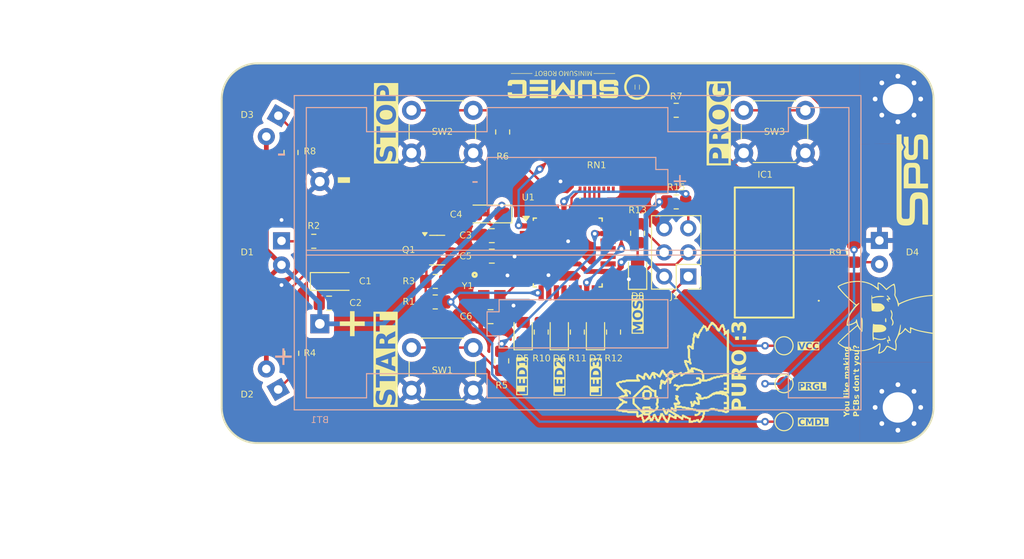
<source format=kicad_pcb>
(kicad_pcb (version 20240108) (generator "pcbnew") (generator_version "8.0")
  (layers (0 "F.Cu" signal) (31 "B.Cu" signal) (34 "B.Paste" user) (35 "F.Paste" user) (36 "B.SilkS" user "B.Silkscreen") (37 "F.SilkS" user "F.Silkscreen") (38 "B.Mask" user) (39 "F.Mask" user) (44 "Edge.Cuts" user))
  (net 0 "")
  (net 1 "+3V0")
  (net 2 "GND")
  (net 3 "/XTAL1")
  (net 4 "/XTAL2")
  (net 5 "Net-(D1-K)")
  (net 6 "Net-(D2-K)")
  (net 7 "Net-(D3-K)")
  (net 8 "Net-(D4-A)")
  (net 9 "/SW_START")
  (net 10 "/SW_STOP")
  (net 11 "/SW_PROG")
  (net 12 "/RESET")
  (net 13 "Net-(Q1-G)")
  (net 14 "Net-(Q1-D)")
  (net 15 "/CMDLEDS")
  (net 16 "/PROGLED")
  (net 17 "Net-(D5-A)")
  (net 18 "/S_LED1")
  (net 19 "Net-(D6-A)")
  (net 20 "/S_LED2")
  (net 21 "Net-(D7-A)")
  (net 22 "/S_LED3")
  (net 23 "Net-(D8-A)")
  (net 24 "/MOSI")
  (net 26 "/SCK")
  (net 32 "/MISO")
  (net 37 "/ADDR0")
  (net 38 "/ADDR1")
  (net 39 "/ADDR3")
  (net 40 "/ADDR4")
  (net 41 "/ADDR2")
  (net 42 "Net-(IC1-NO_5)")
  (net 46 "Net-(IC1-NO_1)")
  (net 47 "Net-(IC1-NO_4)")
  (net 48 "Net-(IC1-NO_2)")
  (net 49 "Net-(IC1-NO_3)")
  (net 50 "Net-(R5-Pad2)")
  (net 51 "Net-(R6-Pad2)")
  (net 52 "Net-(R7-Pad2)")
  (footprint "sumec-remote_library:purosidenegative" (layer "F.Cu") (at 124.745 87.784 90)
    (property "Reference" "R14" (hide yes))
    (property "Value" "R" (hide yes))
  )
  (footprint "Resistor_SMD:R_0805_2012Metric_Pad1.20x1.40mm_HandSolder" (layer "F.Cu") (at 143.845 75.176 -90)
    (property "Reference" "R9")
    (property "Value" "220R")
  )
  (footprint "Resistor_SMD:R_0805_2012Metric_Pad1.20x1.40mm_HandSolder" (layer "F.Cu") (at 99.745 80.367 180)
    (property "Reference" "R1")
    (property "Value" "220R")
  )
  (footprint "Resistor_SMD:R_0805_2012Metric_Pad1.20x1.40mm_HandSolder" (layer "F.Cu") (at 121.066 73.128 -90)
    (property "Reference" "R13")
    (property "Value" "1k")
  )
  (footprint "Connector_PinHeader_2.54mm:PinHeader_2x03_P2.54mm_Vertical" (layer "F.Cu") (at 126.405 77.685 180)
    (property "Reference" "J1")
    (property "Value" "AVR-ISP-6")
  )
  (footprint "sumec-remote_library:boi" (layer "F.Cu") (at 146.32196 82.003756 90)
    (property "Reference" "R17" (hide yes))
    (property "Value" "R" (hide yes))
  )
  (footprint "TestPoint:TestPoint_Pad_D1.5mm" (layer "F.Cu") (at 136.495 84.984)
    (property "Reference" "TP3" (hide yes))
    (property "Value" "TestPoint")
  )
  (footprint "LED_SMD:LED_0805_2012Metric_Pad1.15x1.40mm_HandSolder" (layer "F.Cu") (at 109.006 83.542 90)
    (property "Reference" "D5")
    (property "Value" "LED")
  )
  (footprint "Resistor_SMD:R_0805_2012Metric_Pad1.20x1.40mm_HandSolder" (layer "F.Cu") (at 125.135 60.174)
    (property "Reference" "R7")
    (property "Value" "10k")
  )
  (footprint "Resistor_SMD:R_0805_2012Metric_Pad1.20x1.40mm_HandSolder" (layer "F.Cu") (at 118.531 83.542 -90)
    (property "Reference" "R12")
    (property "Value" "1k")
  )
  (footprint "Resistor_SMD:R_0805_2012Metric_Pad1.20x1.40mm_HandSolder" (layer "F.Cu") (at 86.945 73.976 180)
    (property "Reference" "R2")
    (property "Value" "2.2R")
  )
  (footprint "sumec-remote_library:crystal_smd" (layer "F.Cu") (at 105.704 78.716 -90)
    (property "Reference" "Y1")
    (property "Value" "ABM8G-16.000MHZ-18-D2Y-T" (hide yes))
  )
  (footprint "sumec-smdV2_library:SPS LOGO" (layer "F.Cu") (at 149.745 67.734 90)
    (property "Reference" "R16" (hide yes))
    (property "Value" "R" (hide yes))
  )
  (footprint "Resistor_SMD:R_0805_2012Metric_Pad1.20x1.40mm_HandSolder" (layer "F.Cu") (at 84.545 64.619 90)
    (property "Reference" "R8")
    (property "Value" "2.2R")
  )
  (footprint "Resistor_SMD:R_0805_2012Metric_Pad1.20x1.40mm_HandSolder" (layer "F.Cu") (at 84.622 85.776 -90)
    (property "Reference" "R4")
    (property "Value" "2.2R")
  )
  (footprint "MountingHole:MountingHole_3.2mm_M3_Pad_Via" (layer "F.Cu") (at 148.495 58.984)
    (property "Reference" "H4" (hide yes))
    (property "Value" "Mounting Hole M3")
  )
  (footprint "Resistor_SMD:R_0805_2012Metric_Pad1.20x1.40mm_HandSolder" (layer "F.Cu") (at 114.721 83.542 -90)
    (property "Reference" "R11")
    (property "Value" "1k")
  )
  (footprint "LED_THT:LED_D3.0mm_Horizontal_O3.81mm_Z10.0mm_no_silk" (layer "F.Cu") (at 83.215 60.743469 -120)
    (property "Reference" "D3")
    (property "Value" "IR204A")
  )
  (footprint "TestPoint:TestPoint_Pad_D1.5mm" (layer "F.Cu") (at 136.495 92.984 90)
    (property "Reference" "TP1" (hide yes))
    (property "Value" "TestPoint")
  )
  (footprint "TestPoint:TestPoint_Pad_D1.5mm" (layer "F.Cu") (at 136.495 88.984 90)
    (property "Reference" "TP2" (hide yes))
    (property "Value" "TestPoint")
  )
  (footprint "MountingHole:MountingHole_3.2mm_M3_Pad_Via" (layer "F.Cu") (at 148.495 91.484)
    (property "Reference" "H3" (hide yes))
    (property "Value" "Mounting Hole M3")
  )
  (footprint "LED_SMD:LED_0805_2012Metric_Pad1.15x1.40mm_HandSolder" (layer "F.Cu") (at 121.066 77.176 90)
    (property "Reference" "D8")
    (property "Value" "LED")
  )
  (footprint "LED_THT:LED_D3.0mm_Horizontal_O3.81mm_Z10.0mm_flipped_no_silk" (layer "F.Cu") (at 82.031603 87.376 -60)
    (property "Reference" "D2")
    (property "Value" "IR204A")
  )
  (footprint "Button_Switch_THT:SW_PUSH_6mm" (layer "F.Cu") (at 132.245 60.176)
    (property "Reference" "SW3")
    (property "Value" "SW_Push")
  )
  (footprint "Resistor_SMD:R_0805_2012Metric_Pad1.20x1.40mm_HandSolder" (layer "F.Cu") (at 99.745 78.208 180)
    (property "Reference" "R3")
    (property "Value" "10k")
  )
  (footprint "Resistor_SMD:R_0805_2012Metric_Pad1.20x1.40mm_HandSolder" (layer "F.Cu") (at 106.745 86.576 -90)
    (property "Reference" "R5")
    (property "Value" "10k")
  )
  (footprint "LED_THT:LED_D3.0mm_Horizontal_O3.81mm_Z10.0mm_no_silk" (layer "F.Cu") (at 83.545 73.926 -90)
    (property "Reference" "D1")
    (property "Value" "IR204A")
  )
  (footprint "Button_Switch_THT:SW_PUSH_6mm" (layer "F.Cu") (at 97.245 85.176)
    (property "Reference" "SW1")
    (property "Value" "SW_Push")
  )
  (footprint "Capacitor_SMD:C_0805_2012Metric_Pad1.18x1.45mm_HandSolder" (layer "F.Cu") (at 105.704 73.382 180)
    (property "Reference" "C3")
    (property "Value" "100nF")
  )
  (footprint "Capacitor_SMD:C_0805_2012Metric_Pad1.18x1.45mm_HandSolder" (layer "F.Cu") (at 105.577 81.9164)
    (property "Reference" "C6")
    (property "Value" "18pF")
  )
  (footprint "LED_SMD:LED_0805_2012Metric_Pad1.15x1.40mm_HandSolder" (layer "F.Cu") (at 116.626 83.542 90)
    (property "Reference" "D7")
    (property "Value" "LED")
  )
  (footprint "Button_Switch_THT:SW_PUSH_6mm" (layer "F.Cu") (at 97.245 60.176)
    (property "Reference" "SW2")
    (property "Value" "SW_Push")
  )
  (footprint "Package_QFP:TQFP-32_7x7mm_P0.8mm" (layer "F.Cu") (at 113.705 75.16)
    (property "Reference" "U1")
    (property "Value" "ATmega168PA-A")
  )
  (footprint "Package_TO_SOT_SMD:SOT-23-3" (layer "F.Cu") (at 99.945 74.906)
    (property "Reference" "Q1")
    (property "Value" "DMG6968U-7")
  )
  (footprint "Resistor_SMD:R_0805_2012Metric_Pad1.20x1.40mm_HandSolder" (layer "F.Cu") (at 125.135 69.826 180)
    (property "Reference" "R15")
    (property "Value" "10k")
  )
  (footprint "Capacitor_Tantalum_SMD:CP_EIA-3216-18_Kemet-A_Pad1.58x1.35mm_HandSolder" (layer "F.Cu") (at 89.067 78.208)
    (property "Reference" "C1")
    (property "Value" "10uF")
  )
  (footprint "Capacitor_SMD:C_0805_2012Metric_Pad1.18x1.45mm_HandSolder" (layer "F.Cu") (at 105.704 75.541 180)
    (property "Reference" "C5")
    (property "Value" "18pF")
  )
  (footprint "sumec-remote_library:resistor_array" (layer "F.Cu") (at 116.753 67.951)
    (property "Reference" "RN1")
    (property "Value" "YC248-JR-0710KL" (hide yes))
  )
  (footprint "Capacitor_Tantalum_SMD:CP_EIA-3216-18_Kemet-A_Pad1.58x1.35mm_HandSolder" (layer "F.Cu") (at 105.323 71.096 180)
    (property "Reference" "C4")
    (property "Value" "10uF")
  )
  (footprint "sumec-remote_library:dip_switch" (layer "F.Cu") (at 134.406 75.16 90)
    (property "Reference" "IC1")
    (property "Value" "DS04-254-1-05BK-SMT" (hide yes))
  )
  (footprint "Capacitor_SMD:C_0805_2012Metric_Pad1.18x1.45mm_HandSolder" (layer "F.Cu") (at 88.559 80.494)
    (property "Reference" "C2")
    (property "Value" "100nF")
  )
  (footprint "sumec-smdV2_library:Logo" (layer "F.Cu") (at 115.745 56.984 180)
    (property "Reference" "R18" (hide yes))
    (property "Value" "R" (hide yes))
  )
  (footprint "Resistor_SMD:R_0805_2012Metric_Pad1.20x1.40mm_HandSolder" (layer "F.Cu") (at 110.911 83.542 -90)
    (property "Reference" "R10")
    (property "Value" "1k")
  )
  (footprint "LED_SMD:LED_0805_2012Metric_Pad1.15x1.40mm_HandSolder" (layer "F.Cu") (at 112.816 83.542 90)
    (property "Reference" "D6")
    (property "Value" "LED")
  )
  (footprint "Resistor_SMD:R_0805_2012Metric_Pad1.20x1.40mm_HandSolder" (layer "F.Cu") (at 106.847 62.46 90)
    (property "Reference" "R6")
    (property "Value" "10k")
  )
  (footprint "LED_THT:LED_D3.0mm_Horizontal_O3.81mm_Z10.0mm_flipped" (layer "F.Cu") (at 146.445 76.39 90)
    (property "Reference" "D4")
    (property "Value" "IR204A")
  )
  (footprint "Battery:BatteryHolder_Keystone_2462_2xAA - no holes" (layer "B.Cu") (at 87.58 82.671)
    (property "Reference" "BT1")
    (property "Value" "Battery")
  )
  (gr_line (start 152.245 58.984) (end 152.245 91.484) (stroke (width 0.2)) (layer "F.SilkS"))
  (gr_arc (start 77.245 58.984) (mid 78.34335 56.33235) (end 80.995 55.234) (stroke (width 0.2)) (layer "F.SilkS"))
  (gr_arc (start 148.495 55.234) (mid 151.14665 56.33235) (end 152.245 58.984) (stroke (width 0.2)) (layer "F.SilkS"))
  (gr_arc (start 80.995 95.234) (mid 78.343349 94.13565) (end 77.245 91.484) (stroke (width 0.2)) (layer "F.SilkS"))
  (gr_arc (start 152.245 91.484) (mid 151.14665 94.13565) (end 148.495 95.234) (stroke (width 0.2)) (layer "F.SilkS"))
  (gr_line (start 77.245 91.484) (end 77.245 58.984) (stroke (width 0.2)) (layer "F.SilkS"))
  (gr_line (start 148.495 95.234) (end 80.995 95.234) (stroke (width 0.2)) (layer "F.SilkS"))
  (gr_line (start 80.995 55.234) (end 148.495 55.234) (stroke (width 0.2)) (layer "F.SilkS"))
  (gr_arc (start 152.245 91.484) (mid 151.14665 94.13565) (end 148.495 95.234) (stroke (width 0.1)) (layer "Edge.Cuts"))
  (gr_arc (start 77.245 58.984) (mid 78.34335 56.33235) (end 80.995 55.234) (stroke (width 0.1)) (layer "Edge.Cuts"))
  (gr_line (start 148.495 95.234) (end 80.995 95.234) (stroke (width 0.1)) (layer "Edge.Cuts"))
  (gr_arc (start 80.995 95.234) (mid 78.34335 94.13565) (end 77.245 91.484) (stroke (width 0.1)) (layer "Edge.Cuts"))
  (gr_line (start 152.245 58.984) (end 152.245 91.484) (stroke (width 0.1)) (layer "Edge.Cuts"))
  (gr_arc (start 148.495 55.234) (mid 151.14665 56.33235) (end 152.245 58.984) (stroke (width 0.1)) (layer "Edge.Cuts"))
  (gr_line (start 80.995 55.234) (end 148.495 55.234) (stroke (width 0.1)) (layer "Edge.Cuts"))
  (gr_line (start 77.245 91.484) (end 77.245 58.984) (stroke (width 0.1)) (layer "Edge.Cuts"))
  (gr_text "You like making \nPCBs don't you?" (at 144.495 92.484 90) (layer "F.SilkS") (effects (font (size 0.6 0.6) (thickness 0.125) (bold yes)) (justify left bottom)))
  (gr_text "PURO :3" (at 132.745 91.984 90) (layer "F.SilkS") (effects (font (size 1.5 1.5) (thickness 0.3) (bold yes)) (justify left bottom)))
  (gr_text "MOSI" (at 121.745 83.734 90) (layer "F.SilkS" knockout) (effects (font (size 1 1) (thickness 0.2) (bold yes)) (justify left bottom)))
  (gr_text "PRGL" (at 137.995 89.734 0) (layer "F.SilkS" knockout) (effects (font (size 0.7 0.7) (thickness 0.125) (bold yes)) (justify left bottom)))
  (gr_text "LED1" (at 109.57 90.209 90) (layer "F.SilkS" knockout) (effects (font (size 1 1) (thickness 0.2) (bold yes)) (justify left bottom)))
  (gr_text "+" (at 89.245 84.484 0) (layer "F.SilkS") (effects (font (size 3 3) (thickness 0.3) (bold yes)) (justify left bottom)))
  (gr_text "-" (at 89.245 69.234 0) (layer "F.SilkS") (effects (font (size 3 3) (thickness 0.3) (bold yes)) (justify left bottom)))
  (gr_text "LED3" (at 117.345 90.284 90) (layer "F.SilkS" knockout) (effects (font (size 1 1) (thickness 0.2) (bold yes)) (justify left bottom)))
  (gr_text "PROG" (at 130.977 66.016 90) (layer "F.SilkS" knockout) (effects (font (size 2 2) (thickness 0.4) (bold yes)) (justify left bottom)))
  (gr_text "VCC" (at 137.995 85.484 0) (layer "F.SilkS" knockout) (effects (font (size 0.7 0.7) (thickness 0.125) (bold yes)) (justify left bottom)))
  (gr_text "START" (at 95.87 91.416 90) (layer "F.SilkS" knockout) (effects (font (size 2 2) (thickness 0.4) (bold yes)) (justify left bottom)))
  (gr_text "CMDL" (at 137.995 93.484 0) (layer "F.SilkS" knockout) (effects (font (size 0.7 0.7) (thickness 0.175) (bold yes)) (justify left bottom)))
  (gr_text "LED2" (at 113.52 90.259 90) (layer "F.SilkS" knockout) (effects (font (size 1 1) (thickness 0.2) (bold yes)) (justify left bottom)))
  (gr_text "STOP" (at 95.925 65.762 90) (layer "F.SilkS" knockout) (effects (font (size 2 2) (thickness 0.4) (bold yes)) (justify left bottom)))
  (segment (start 111.273 74.76) (end 111.673 75.16) (width 0.5) (layer "F.Cu") (net 1))
  (segment (start 87.6295 78.208) (end 87.6295 78.462) (width 0.5) (layer "F.Cu") (net 1))
  (segment (start 119.355002 76.684998) (end 118.88 77.16) (width 0.5) (layer "F.Cu") (net 1))
  (segment (start 106.7605 70.207) (end 106.7605 73.363) (width 0.5) (layer "F.Cu") (net 1))
  (segment (start 118.88 77.16) (end 117.955 77.16) (width 0.5) (layer "F.Cu") (net 1))
  (segment (start 87.58 82.671) (end 87.58 80.5525) (width 0.5) (layer "F.Cu") (net 1))
  (segment (start 111.165 76.36) (end 112.181 76.36) (width 0.5) (layer "F.Cu") (net 1))
  (segment (start 109.455 74.76) (end 111.273 74.76) (width 0.5) (layer "F.Cu") (net 1))
  (segment (start 87.58 80.5525) (end 87.5215 80.494) (width 0.5) (layer "F.Cu") (net 1))
  (segment (start 106.7415 73.382) (end 106.974 73.382) (width 0.25) (layer "F.Cu") (net 1))
  (segment (start 119.355002 76.176) (end 119.355002 76.684998) (width 0.5) (layer "F.Cu") (net 1))
  (segment (start 111.673 75.16) (end 111.673 75.922) (width 0.5) (layer "F.Cu") (net 1))
  (segment (start 111.603 75.922) (end 111.165 76.36) (width 0.5) (layer "F.Cu") (net 1))
  (segment (start 111.743 75.922) (end 112.181 76.36) (width 0.5) (layer "F.Cu") (net 1))
  (segment (start 83.545 76.466) (end 81.945 74.866) (width 0.5) (layer "F.Cu") (net 1))
  (segment (start 87.5215 80.494) (end 87.5215 78.316) (width 0.5) (layer "F.Cu") (net 1))
  (segment (start 106.951 73.382) (end 108.329 74.76) (width 0.5) (layer "F.Cu") (net 1))
  (segment (start 123.357 69.826) (end 124.135 69.826) (width 0.5) (layer "F.Cu") (net 1))
  (segment (start 113.197 76.36) (end 114.905 76.36) (width 0.5) (layer "F.Cu") (net 1))
  (segment (start 81.945 74.866) (end 81.945 63.037469) (width 0.5) (layer "F.Cu") (net 1))
  (segment (start 87.5215 78.316) (end 87.6295 78.208) (width 0.5) (layer "F.Cu") (net 1))
  (segment (start 112.181 76.36) (end 112.435 76.36) (width 0.5) (layer "F.Cu") (net 1))
  (segment (start 83.545 76.466) (end 81.945 78.066) (width 0.5) (layer "F.Cu") (net 1))
  (segment (start 136.495 84.984) (end 134.495 84.984) (width 0.25) (layer "F.Cu") (net 1))
  (segment (start 111.673 75.922) (end 111.673 76.36) (width 0.5) (layer "F.Cu") (net 1))
  (segment (start 81.945 78.066) (end 81.945 87.428295) (width 0.5) (layer "F.Cu") (net 1))
  (segment (start 109.455 76.36) (end 111.165 76.36) (width 0.5) (layer "F.Cu") (net 1))
  (segment (start 114.905 76.36) (end 115.705 77.16) (width 0.5) (layer "F.Cu") (net 1))
  (segment (start 106.7415 73.382) (end 106.951 73.382) (width 0.5) (layer "F.Cu") (net 1))
  (segment (start 108.329 74.76) (end 109.455 74.76) (width 0.5) (layer "F.Cu") (net 1))
  (segment (start 81.945 87.428295) (end 81.955 87.438295) (width 0.5) (layer "F.Cu") (net 1))
  (segment (start 112.435 76.36) (end 113.197 76.36) (width 0.5) (layer "F.Cu") (net 1))
  (segment (start 136.495 85.234) (end 136.495 84.984) (width 0.25) (layer "F.Cu") (net 1))
  (segment (start 113.311 76.36) (end 113.451 76.36) (width 0.5) (layer "F.Cu") (net 1))
  (segment (start 115.705 77.16) (end 117.955 77.16) (width 0.5) (layer "F.Cu") (net 1))
  (segment (start 81.945 63.037469) (end 81.850705 62.943174) (width 0.5) (layer "F.Cu") (net 1))
  (via (at 123.357 69.826) (size 0.8) (drill 0.4) (layers "F.Cu" "B.Cu") (net 1))
  (via (at 134.495 84.984) (size 0.8) (drill 0.4) (layers "F.Cu" "B.Cu") (net 1))
  (via (at 119.355002 76.176) (size 0.8) (drill 0.4) (layers "F.Cu" "B.Cu") (net 1))
  (via (at 106.7605 70.207) (size 0.8) (drill 0.4) (layers "F.Cu" "B.Cu") (net 1))
  (segment (start 94.2965 82.671) (end 87.58 82.671) (width 0.5) (layer "B.Cu") (net 1))
  (segment (start 121.945 71.238) (end 121.945 75.765) (width 0.5) (layer "B.Cu") (net 1))
  (segment (start 131.164 84.984) (end 123.865 77.685) (width 0.25) (layer "B.Cu") (net 1))
  (segment (start 123.357 69.826) (end 121.945 71.238) (width 0.5) (layer "B.Cu") (net 1))
  (segment (start 87.58 80.501) (end 87.58 82.671) (width 0.5) (layer "B.Cu") (net 1))
  (segment (start 119.355002 76.176) (end 119.766002 75.765) (width 0.5) (layer "B.Cu") (net 1))
  (segment (start 121.945 75.765) (end 123.865 77.685) (width 0.5) (layer "B.Cu") (net 1))
  (segment (start 134.495 84.984) (end 131.164 84.984) (width 0.25) (layer "B.Cu") (net 1))
  (segment (start 106.7605 70.207) (end 94.2965 82.671) (width 0.5) (layer "B.Cu") (net 1))
  (segment (start 119.766002 75.765) (end 121.945 75.765) (width 0.5) (layer "B.Cu") (net 1))
  (segment (start 83.545 76.466) (end 87.58 80.501) (width 0.5) (layer "B.Cu") (net 1))
  (segment (start 109.006 84.567) (end 109.006 86.463) (width 1) (layer "F.Cu") (net 2))
  (segment (start 108.120855 75.56) (end 109.455 75.56) (width 0.25) (layer "F.Cu") (net 2))
  (segment (start 103.8855 71.096) (end 102.529 71.096) (width 1) (layer "F.Cu") (net 2))
  (segment (start 108.101786 75.579069) (end 108.120855 75.56) (width 0.25) (layer "F.Cu") (net 2))
  (segment (start 104.854 79.816) (end 103.037 79.816) (width 1) (layer "F.Cu") (net 2))
  (segment (start 104.5395 81.9164) (end 103.0624 81.9164) (width 1) (layer "F.Cu") (net 2))
  (segment (start 104.6665 73.382) (end 103.037 73.382) (width 1) (layer "F.Cu") (net 2))
  (segment (start 121.053 77.976) (end 121.066 77.963) (width 0.5) (layer "F.Cu") (net 2))
  (segment (start 120.145 77.976) (end 121.053 77.976) (width 0.5) (layer "F.Cu") (net 2))
  (segment (start 109.471 73.976) (end 112.345 73.976) (width 0.5) (layer "F.Cu") (net 2))
  (segment (start 108.101786 75.579069) (end 108.063717 75.541) (width 0.25) (layer "F.Cu") (net 2))
  (segment (start 109.455 73.96) (end 109.471 73.976) (width 0.25) (layer "F.Cu") (net 2))
  (segment (start 112.816 84.567) (end 112.816 86.705) (width 1) (layer "F.Cu") (net 2))
  (segment (start 107.312 77.616) (end 107.355 77.573) (width 0.25) (layer "F.Cu") (net 2))
  (segment (start 116.626 84.567) (end 116.626 86.657) (width 1) (layer "F.Cu") (net 2))
  (segment (start 123.865 72.605) (end 122.745 71.485) (width 1) (layer "F.Cu") (net 2))
  (segment (start 108.063717 75.541) (end 106.7415 75.541) (width 0.25) (layer "F.Cu") (net 2))
  (segment (start 117.955 74.76) (end 115.545 74.76) (width 0.5) (layer "F.Cu") (net 2))
  (segment (start 106.554 77.616) (end 107.312 77.616) (width 0.25) (layer "F.Cu") (net 2))
  (via (at 113.745 73.976) (size 0.8) (drill 0.4) (layers "F.Cu" "B.Cu") (net 2))
  (via (at 112.943 67.667) (size 0.8) (drill 0.4) (layers "F.Cu" "B.Cu") (net 2))
  (via (at 108.101786 75.579069) (size 0.8) (drill 0.4) (layers "F.Cu" "B.Cu") (net 2))
  (via (at 83.545 78.589) (size 0.8) (drill 0.4) (layers "F.Cu" "B.Cu") (net 2))
  (via (at 83.545 71.731) (size 0.8) (drill 0.4) (layers "F.Cu" "B.Cu") (net 2))
  (via (at 107.355 77.573) (size 0.8) (drill 0.4) (layers "F.Cu" "B.Cu") (net 2))
  (via (at 107.99 80.748) (size 0.8) (drill 0.4) (layers "F.Cu" "B.Cu") (net 2))
  (via (at 111.673 77.5476) (size 0.8) (drill 0.4) (layers "F.Cu" "B.Cu") (net 2))
  (via (at 120.145 77.976) (size 0.8) (drill 0.4) (layers "F.Cu" "B.Cu") (net 2))
  (segment (start 123.865 72.605) (end 123.865 71.656) (width 1) (layer "B.Cu") (net 2))
  (segment (start 123.865 71.656) (end 124.545 70.976) (width 1) (layer "B.Cu") (net 2))
  (segment (start 104.6665 75.541) (end 104.6665 77.4285) (width 0.25) (layer "F.Cu") (net 3))
  (segment (start 107.77 76.591) (end 105.779 76.591) (width 0.25) (layer "F.Cu") (net 3))
  (segment (start 109.455 77.16) (end 108.339 77.16) (width 0.25) (layer "F.Cu") (net 3))
  (segment (start 104.6665 77.4285) (end 104.854 77.616) (width 0.25) (layer "F.Cu") (net 3))
  (segment (start 104.854 77.516) (end 104.854 77.616) (width 0.25) (layer "F.Cu") (net 3))
  (segment (start 105.779 76.591) (end 104.854 77.516) (width 0.25) (layer "F.Cu") (net 3))
  (segment (start 108.339 77.16) (end 107.77 76.591) (width 0.25) (layer "F.Cu") (net 3))
  (segment (start 109.455 77.96) (end 108.791 77.96) (width 0.25) (layer "F.Cu") (net 4))
  (segment (start 106.6145 79.8765) (end 106.554 79.816) (width 0.25) (layer "F.Cu") (net 4))
  (segment (start 108.791 77.96) (end 106.935 79.816) (width 0.25) (layer "F.Cu") (net 4))
  (segment (start 106.6145 81.891) (end 106.6145 79.8765) (width 0.25) (layer "F.Cu") (net 4))
  (segment (start 83.595 73.976) (end 83.545 73.926) (width 0.25) (layer "F.Cu") (net 5))
  (segment (start 85.945 73.976) (end 83.595 73.976) (width 0.25) (layer "F.Cu") (net 5))
  (segment (start 83.225 89.561065) (end 83.225 89.638) (width 0.25) (layer "F.Cu") (net 6))
  (segment (start 84.622 88.164065) (end 83.225 89.561065) (width 0.25) (layer "F.Cu") (net 6))
  (segment (start 84.622 86.955) (end 84.622 88.164065) (width 0.25) (layer "F.Cu") (net 6))
  (segment (start 84.545 62.073469) (end 83.215 60.743469) (width 0.25) (layer "F.Cu") (net 7))
  (segment (start 83.215 60.743469) (end 83.120705 60.743469) (width 0.25) (layer "F.Cu") (net 7))
  (segment (start 84.545 63.442) (end 84.545 62.073469) (width 0.25) (layer "F.Cu") (net 7))
  (segment (start 84.368 63.619) (end 84.545 63.442) (width 0.25) (layer "F.Cu") (net 7))
  (segment (start 146.205 76.176) (end 146.445 76.416) (width 0.25) (layer "F.Cu") (net 8))
  (segment (start 143.845 76.176) (end 146.205 76.176) (width 0.25) (layer "F.Cu") (net 8))
  (segment (start 116.545 73.176) (end 116.561 73.16) (width 0.25) (layer "F.Cu") (net 9))
  (segment (start 116.561 73.16) (end 117.955 73.16) (width 0.25) (layer "F.Cu") (net 9))
  (via (at 106.745 84.776) (size 0.8) (drill 0.4) (layers "F.Cu" "B.Cu") (net 9))
  (via (at 116.545 73.176) (size 0.8) (drill 0.4) (layers "F.Cu" "B.Cu") (net 9))
  (segment (start 115.82 75.901) (end 115.82 75.875695) (width 0.25) (layer "B.Cu") (net 9))
  (segment (start 116.244695 75.451) (end 116.27 75.451) (width 0.25) (layer "B.Cu") (net 9))
  (segment (start 116.545 75.176) (end 116.545 73.176) (width 0.25) (layer "B.Cu") (net 9))
  (segment (start 106.945 84.776) (end 115.82 75.901) (width 0.25) (layer "B.Cu") (net 9))
  (segment (start 106.745 84.776) (end 106.945 84.776) (width 0.25) (layer "B.Cu") (net 9))
  (segment (start 115.82 75.875695) (end 116.244695 75.451) (width 0.25) (layer "B.Cu") (net 9))
  (segment (start 116.27 75.451) (end 116.545 75.176) (width 0.25) (layer "B.Cu") (net 9))
  (segment (start 110.905 70.91) (end 110.905 67.736) (width 0.25) (layer "F.Cu") (net 10))
  (segment (start 110.905 67.736) (end 106.745 63.576) (width 0.25) (layer "F.Cu") (net 10))
  (segment (start 111.705 67.016) (end 116.737 61.984) (width 0.25) (layer "F.Cu") (net 11))
  (segment (start 116.737 61.984) (end 122.325 61.984) (width 0.25) (layer "F.Cu") (net 11))
  (segment (start 111.705 70.91) (end 111.705 67.016) (width 0.25) (layer "F.Cu") (net 11))
  (segment (start 122.325 61.984) (end 124.135 60.174) (width 0.25) (layer "F.Cu") (net 11))
  (segment (start 113.305 69.776475) (end 113.305 70.91) (width 0.25) (layer "F.Cu") (net 12))
  (segment (start 126.405 72.605) (end 126.405 70.096) (width 0.25) (layer "F.Cu") (net 12))
  (segment (start 126.145 68.976) (end 126.135 68.986) (width 0.25) (layer "F.Cu") (net 12))
  (segment (start 113.304525 69.776) (end 113.305 69.776475) (width 0.25) (layer "F.Cu") (net 12))
  (segment (start 126.405 70.096) (end 126.135 69.826) (width 0.25) (layer "F.Cu") (net 12))
  (segment (start 126.135 68.986) (end 126.135 69.826) (width 0.25) (layer "F.Cu") (net 12))
  (via (at 113.304525 69.776) (size 0.8) (drill 0.4) (layers "F.Cu" "B.Cu") (net 12))
  (via (at 126.145 68.976) (size 0.8) (drill 0.4) (layers "F.Cu" "B.Cu") (net 12))
  (segment (start 125.924783 68.755783) (end 126.145 68.976) (width 0.25) (layer "B.Cu") (net 12))
  (segment (start 113.304525 69.776) (end 114.324742 68.755783) (width 0.25) (layer "B.Cu") (net 12))
  (segment (start 114.324742 68.755783) (end 125.924783 68.755783) (width 0.25) (layer "B.Cu") (net 12))
  (segment (start 98.8075 75.856) (end 98.8075 78.1455) (width 0.25) (layer "F.Cu") (net 13))
  (segment (start 98.8075 78.1455) (end 98.745 78.208) (width 0.25) (layer "F.Cu") (net 13))
  (segment (start 98.745 78.208) (end 98.745 80.367) (width 0.25) (layer "F.Cu") (net 13))
  (segment (start 87.945 72.006) (end 87.945 73.976) (width 0.25) (layer "F.Cu") (net 14))
  (segment (start 84.545 65.796) (end 84.545 68.606) (width 0.25) (layer "F.Cu") (net 14))
  (segment (start 84.545 68.606) (end 87.945 72.006) (width 0.25) (layer "F.Cu") (net 14))
  (segment (start 84.622 78.843) (end 87.945 75.52) (width 0.25) (layer "F.Cu") (net 14))
  (segment (start 88.179 74.21) (end 87.945 73.976) (width 0.25) (layer "F.Cu") (net 14))
  (segment (start 84.368 65.619) (end 84.545 65.796) (width 0.25) (layer "F.Cu") (net 14))
  (segment (start 84.622 84.955) (end 84.622 78.843) (width 0.25) (layer "F.Cu") (net 14))
  (segment (start 87.945 75.52) (end 87.945 73.976) (width 0.25) (layer "F.Cu") (net 14))
  (segment (start 87.945 73.976) (end 98.7875 73.976) (width 0.25) (layer "F.Cu") (net 14))
  (segment (start 98.7875 73.976) (end 98.8075 73.956) (width 0.25) (layer "F.Cu") (net 14))
  (segment (start 136.495 92.984) (end 134.495 92.984) (width 0.25) (layer "F.Cu") (net 15))
  (segment (start 110.545 79.41) (end 110.905 79.41) (width 0.25) (layer "F.Cu") (net 15))
  (via (at 134.495 92.984) (size 0.8) (drill 0.4) (layers "F.Cu" "B.Cu") (net 15))
  (via (at 101.37 80.367) (size 0.8) (drill 0.4) (layers "F.Cu" "B.Cu") (net 15))
  (via (at 110.545 79.41) (size 0.8) (drill 0.4) (layers "F.Cu" "B.Cu") (net 15))
  (segment (start 105.745 87.984) (end 110.745 92.984) (width 0.25) (layer "B.Cu") (net 15))
  (segment (start 101.37 80.367) (end 102.327 79.41) (width 0.25) (layer "B.Cu") (net 15))
  (segment (start 110.745 92.984) (end 134.495 92.984) (width 0.25) (layer "B.Cu") (net 15))
  (segment (start 101.37 80.367) (end 105.745 84.742) (width 0.25) (layer "B.Cu") (net 15))
  (segment (start 102.327 79.41) (end 110.545 79.41) (width 0.25) (layer "B.Cu") (net 15))
  (segment (start 105.745 84.742) (end 105.745 87.984) (width 0.25) (layer "B.Cu") (net 15))
  (segment (start 143.87 74.859) (end 143.87 74.201) (width 0.25) (layer "F.Cu") (net 16))
  (segment (start 124.053 58.176) (end 121.245 60.984) (width 0.25) (layer "F.Cu") (net 16))
  (segment (start 138.885 58.176) (end 124.053 58.176) (width 0.25) (layer "F.Cu") (net 16))
  (segment (start 108.594206 72.36) (end 109.455 72.36) (width 0.25) (layer "F.Cu") (net 16))
  (segment (start 143.845 63.136) (end 138.885 58.176) (width 0.25) (layer "F.Cu") (net 16))
  (segment (start 134.495 88.984) (end 136.245 88.984) (width 0.25) (layer "F.Cu") (net 16))
  (segment (start 121.245 60.984) (end 116.137 60.984) (width 0.25) (layer "F.Cu") (net 16))
  (segment (start 143.87 74.201) (end 143.845 74.176) (width 0.25) (layer "F.Cu") (net 16))
  (segment (start 143.845 74.176) (end 143.845 63.136) (width 0.25) (layer "F.Cu") (net 16))
  (segment (start 136.245 88.984) (end 136.495 89.234) (width 0.25) (layer "F.Cu") (net 16))
  (segment (start 116.137 60.984) (end 110.745 66.376) (width 0.25) (layer "F.Cu") (net 16))
  (segment (start 143.87 74.859) (end 143.845 74.834) (width 0.25) (layer "F.Cu") (net 16))
  (segment (start 143.845 74.834) (end 143.845 74.176) (width 0.25) (layer "F.Cu") (net 16))
  (segment (start 108.531957 72.297751) (end 108.594206 72.36) (width 0.25) (layer "F.Cu") (net 16))
  (via (at 134.495 88.984) (size 0.8) (drill 0.4) (layers "F.Cu" "B.Cu") (net 16))
  (via (at 108.531957 72.297751) (size 0.8) (drill 0.4) (layers "F.Cu" "B.Cu") (net 16))
  (via (at 110.745 66.376) (size 0.8) (drill 0.4) (layers "F.Cu" "B.Cu") (net 16))
  (via (at 143.87 74.859) (size 0.8) (drill 0.4) (layers "F.Cu" "B.Cu") (net 16))
  (segment (start 134.495 88.984) (end 135.995 88.984) (width 0.25) (layer "B.Cu") (net 16))
  (segment (start 135.995 88.984) (end 143.87 81.109) (width 0.25) (layer "B.Cu") (net 16))
  (segment (start 110.745 66.376) (end 108.531957 68.589043) (width 0.25) (layer "B.Cu") (net 16))
  (segment (start 108.531957 68.589043) (end 108.531957 72.297751) (width 0.25) (layer "B.Cu") (net 16))
  (segment (start 143.87 81.109) (end 143.87 74.859) (width 0.25) (layer "B.Cu") (net 16))
  (segment (start 109.006 82.517) (end 109.006 82.637) (width 0.25) (layer "F.Cu") (net 17))
  (segment (start 110.886 84.567) (end 110.911 84.542) (width 0.25) (layer "F.Cu") (net 17))
  (segment (start 109.006 82.637) (end 110.911 84.542) (width 0.25) (layer "F.Cu") (net 17))
  (segment (start 113.305 80.148) (end 113.305 79.41) (width 0.25) (layer "F.Cu") (net 18))
  (segment (start 110.911 82.542) (end 113.305 80.148) (width 0.25) (layer "F.Cu") (net 18))
  (segment (start 112.816 82.637) (end 114.721 84.542) (width 0.25) (layer "F.Cu") (net 19))
  (segment (start 114.696 84.567) (end 114.721 84.542) (width 0.25) (layer "F.Cu") (net 19))
  (segment (start 112.816 82.517) (end 112.816 82.637) (width 0.25) (layer "F.Cu") (net 19))
  (segment (start 114.721 82.542) (end 114.105 81.926) (width 0.25) (layer "F.Cu") (net 20))
  (segment (start 114.105 81.926) (end 114.105 79.41) (width 0.25) (layer "F.Cu") (net 20))
  (segment (start 118.506 84.567) (end 118.531 84.542) (width 0.25) (layer "F.Cu") (net 21))
  (segment (start 116.626 82.637) (end 118.531 84.542) (width 0.25) (layer "F.Cu") (net 21))
  (segment (start 116.626 82.517) (end 116.626 82.637) (width 0.25) (layer "F.Cu") (net 21))
  (segment (start 115.864 81.129) (end 114.905 80.17) (width 0.25) (layer "F.Cu") (net 22))
  (segment (start 114.905 80.17) (end 114.905 79.41) (width 0.25) (layer "F.Cu") (net 22))
  (segment (start 117.118 81.129) (end 115.864 81.129) (width 0.25) (layer "F.Cu") (net 22))
  (segment (start 118.531 82.542) (end 117.118 81.129) (width 0.25) (layer "F.Cu") (net 22))
  (segment (start 121.066 74.128) (end 121.066 75.913) (width 0.25) (layer "F.Cu") (net 23))
  (segment (start 119.355002 73.838998) (end 121.066 72.128) (width 0.25) (layer "F.Cu") (net 24))
  (segment (start 123.865 75.145) (end 123.865 74.927) (width 0.25) (layer "F.Cu") (net 24))
  (segment (start 115.706007 78.317712) (end 115.705 78.318719) (width 0.25) (layer "F.Cu") (net 24))
  (segment (start 115.705 78.318719) (end 115.705 79.41) (width 0.25) (layer "F.Cu") (net 24))
  (segment (start 123.865 74.927) (end 121.066 72.128) (width 0.25) (layer "F.Cu") (net 24))
  (segment (start 119.355002 74.779) (end 119.355002 73.838998) (width 0.25) (layer "F.Cu") (net 24))
  (via (at 115.706007 78.317712) (size 0.8) (drill 0.4) (layers "F.Cu" "B.Cu") (net 24))
  (via (at 119.355002 74.779) (size 0.8) (drill 0.4) (layers "F.Cu" "B.Cu") (net 24))
  (segment (start 119.244719 74.779) (end 115.706007 78.317712) (width 0.25) (layer "B.Cu") (net 24))
  (segment (start 119.355002 74.779) (end 119.244719 74.779) (width 0.25) (layer "B.Cu") (net 24))
  (segment (start 121.833 77.192) (end 122.595 76.43) (width 0.25) (layer "F.Cu") (net 26))
  (segment (start 119.801 77.192) (end 121.833 77.192) (width 0.25) (layer "F.Cu") (net 26))
  (segment (start 117.955 77.96) (end 119.033 77.96) (width 0.25) (layer "F.Cu") (net 26))
  (segment (start 125.12 76.43) (end 126.405 75.145) (width 0.25) (layer "F.Cu") (net 26))
  (segment (start 119.033 77.96) (end 119.801 77.192) (width 0.25) (layer "F.Cu") (net 26))
  (segment (start 122.595 76.43) (end 125.12 76.43) (width 0.25) (layer "F.Cu") (net 26))
  (segment (start 124.68 79.41) (end 116.505 79.41) (width 0.25) (layer "F.Cu") (net 32))
  (segment (start 126.405 77.685) (end 124.68 79.41) (width 0.25) (layer "F.Cu") (net 32))
  (segment (start 117.003 69.634) (end 117.003 68.526) (width 0.25) (layer "F.Cu") (net 37))
  (segment (start 117.955 70.586) (end 117.003 69.634) (width 0.25) (layer "F.Cu") (net 37))
  (segment (start 117.955 72.36) (end 117.955 70.586) (width 0.25) (layer "F.Cu") (net 37))
  (segment (start 116.503 70.908) (end 116.503 68.526) (width 0.25) (layer "F.Cu") (net 38))
  (segment (start 116.505 70.91) (end 116.503 70.908) (width 0.25) (layer "F.Cu") (net 38))
  (segment (start 115.503 69.418) (end 115.503 68.623) (width 0.25) (layer "F.Cu") (net 39))
  (segment (start 114.905 70.91) (end 114.905 70.016) (width 0.25) (layer "F.Cu") (net 39))
  (segment (start 114.905 70.016) (end 115.503 69.418) (width 0.25) (layer "F.Cu") (net 39))
  (segment (start 114.105 69.424) (end 114.105 70.91) (width 0.25) (layer "F.Cu") (net 40))
  (segment (start 115.003 68.526) (end 114.105 69.424) (width 0.25) (layer "F.Cu") (net 40))
  (segment (start 115.705 69.938) (end 116.003 69.64) (width 0.25) (layer "F.Cu") (net 41))
  (segment (start 115.705 70.91) (end 115.705 69.938) (width 0.25) (layer "F.Cu") (net 41))
  (segment (start 116.003 69.64) (end 116.003 68.526) (width 0.25) (layer "F.Cu") (net 41))
  (segment (start 126.687 66.176) (end 129.956 69.445) (width 0.25) (layer "F.Cu") (net 42))
  (segment (start 117.7615 66.176) (end 126.687 66.176) (width 0.25) (layer "F.Cu") (net 42))
  (segment (start 117.003 66.9345) (end 117.7615 66.176) (width 0.25) (layer "F.Cu") (net 42))
  (segment (start 117.003 67.376) (end 117.003 66.9345) (width 0.25) (layer "F.Cu") (net 42))
  (segment (start 129.956 69.445) (end 129.956 70.08) (width 0.25) (layer "F.Cu") (net 42))
  (segment (start 133.545 76.651) (end 129.956 80.24) (width 0.25) (layer "F.Cu") (net 46))
  (segment (start 128.445 62.976) (end 133.545 68.076) (width 0.25) (layer "F.Cu") (net 46))
  (segment (start 115.003 67.376) (end 115.003 64.918) (width 0.25) (layer "F.Cu") (net 46))
  (segment (start 115.003 64.918) (end 116.945 62.976) (width 0.25) (layer "F.Cu") (net 46))
  (segment (start 133.545 68.076) (end 133.545 76.651) (width 0.25) (layer "F.Cu") (net 46))
  (segment (start 116.945 62.976) (end 128.445 62.976) (width 0.25) (layer "F.Cu") (net 46))
  (segment (start 116.503 66.618) (end 117.745 65.376) (width 0.25) (layer "F.Cu") (net 47))
  (segment (start 127.145 65.376) (end 131.145 69.376) (width 0.25) (layer "F.Cu") (net 47))
  (segment (start 131.145 71.431) (end 129.956 72.62) (width 0.25) (layer "F.Cu") (net 47))
  (segment (start 131.145 69.376) (end 131.145 71.431) (width 0.25) (layer "F.Cu") (net 47))
  (segment (start 117.745 65.376) (end 127.145 65.376) (width 0.25) (layer "F.Cu") (net 47))
  (segment (start 116.503 67.376) (end 116.503 66.618) (width 0.25) (layer "F.Cu") (net 47))
  (segment (start 127.945 63.776) (end 132.745 68.576) (width 0.25) (layer "F.Cu") (net 48))
  (segment (start 132.745 74.911) (end 129.956 77.7) (width 0.25) (layer "F.Cu") (net 48))
  (segment (start 115.503 65.618) (end 117.345 63.776) (width 0.25) (layer "F.Cu") (net 48))
  (segment (start 117.345 63.776) (end 127.945 63.776) (width 0.25) (layer "F.Cu") (net 48))
  (segment (start 115.503 67.376) (end 115.503 65.618) (width 0.25) (layer "F.Cu") (net 48))
  (segment (start 132.745 68.576) (end 132.745 74.911) (width 0.25) (layer "F.Cu") (net 48))
  (segment (start 131.845 73.271) (end 129.956 75.16) (width 0.25) (layer "F.Cu") (net 49))
  (segment (start 117.545 64.576) (end 127.545 64.576) (width 0.25) (layer "F.Cu") (net 49))
  (segment (start 116.003 66.118) (end 117.545 64.576) (width 0.25) (layer "F.Cu") (net 49))
  (segment (start 116.003 67.376) (end 116.003 66.118) (width 0.25) (layer "F.Cu") (net 49))
  (segment (start 127.545 64.576) (end 131.845 68.876) (width 0.25) (layer "F.Cu") (net 49))
  (segment (start 131.845 68.876) (end 131.845 73.271) (width 0.25) (layer "F.Cu") (net 49))
  (segment (start 103.909 85.176) (end 106.309 87.576) (width 0.25) (layer "F.Cu") (net 50))
  (segment (start 106.309 87.576) (end 106.6946 87.576) (width 0.25) (layer "F.Cu") (net 50))
  (segment (start 97.245 85.176) (end 103.909 85.176) (width 0.25) (layer "F.Cu") (net 50))
  (segment (start 97.245 60.176) (end 105.563 60.176) (width 0.25) (layer "F.Cu") (net 51))
  (segment (start 105.563 60.176) (end 106.745 61.358) (width 0.25) (layer "F.Cu") (net 51))
  (segment (start 106.745 61.358) (end 106.745 61.576) (width 0.25) (layer "F.Cu") (net 51))
  (segment (start 132.243 60.174) (end 126.135 60.174) (width 0.25) (layer "F.Cu") (net 52))
  (segment (start 138.745 60.176) (end 132.245 60.176) (width 0.25) (layer "F.Cu") (net 52))
  (segment (start 132.245 60.176) (end 132.243 60.174) (width 0.25) (layer "F.Cu") (net 52))
  (zone (net 2) (net_name "GND") (layers "F&B.Cu") (priority 1) (connect_pads yes (clearance 0.5)) (min_thickness 0.25) (fill yes (thermal_gap 0.5) (thermal_bridge_width 0.5))
    (polygon (pts (xy 152.245 86.734) (xy 144.495 86.734) (xy 144.495 95.234) (xy 152.245 95.176)))
  )
  (zone (net 2) (net_name "GND") (layers "F&B.Cu") (connect_pads (clearance 0.5)) (min_thickness 0.25) (fill yes (thermal_gap 0.5) (thermal_bridge_width 0.5) (smoothing fillet) (island_removal_mode 2) (island_area_min 10))
    (polygon (pts (xy 152.245 95.176) (xy 77.245 95.176) (xy 77.245 55.176) (xy 152.245 55.176)))
  )
  (zone (net 2) (net_name "GND") (layers "F&B.Cu") (priority 1) (connect_pads yes (clearance 0.5)) (min_thickness 0.25) (fill yes (thermal_gap 0.5) (thermal_bridge_width 0.5))
    (polygon (pts (xy 152.245 55.234) (xy 144.495 55.234) (xy 144.495 63.734) (xy 152.245 63.676)))
  )
)
</source>
